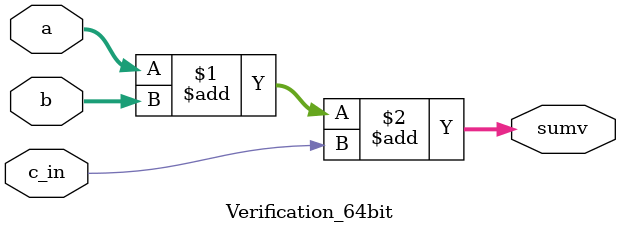
<source format=v>
module Verification_64bit (sumv, a, b, c_in);

	input [63:0] a;
	input [63:0] b;
	input c_in;

	output [63:0]sumv; 

	assign {sumv} = a + b + c_in;

endmodule
</source>
